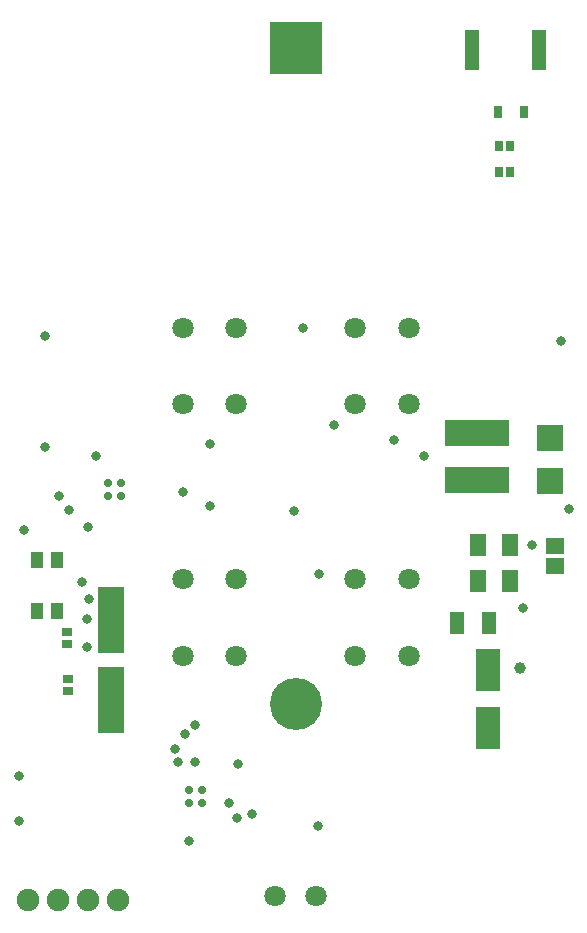
<source format=gts>
G04*
G04 #@! TF.GenerationSoftware,Altium Limited,Altium Designer,23.1.1 (15)*
G04*
G04 Layer_Color=8388736*
%FSLAX44Y44*%
%MOMM*%
G71*
G04*
G04 #@! TF.SameCoordinates,4FD7E483-A0BE-4EFF-918D-63B1A9DD4886*
G04*
G04*
G04 #@! TF.FilePolarity,Negative*
G04*
G01*
G75*
%ADD31R,1.0032X1.4032*%
%ADD32R,0.8032X1.0032*%
%ADD33R,0.7832X0.8432*%
%ADD34R,2.2032X5.7032*%
%ADD35R,5.5232X2.2632*%
%ADD36R,1.4032X1.9032*%
%ADD37R,2.3032X2.2032*%
%ADD38R,1.3032X3.5032*%
%ADD39R,1.6032X1.4532*%
%ADD40R,1.3032X1.9032*%
%ADD41R,2.0532X3.6532*%
%ADD42R,0.8432X0.7832*%
%ADD43C,1.9032*%
%ADD44C,1.8032*%
%ADD45C,4.4032*%
%ADD46R,4.4032X4.4032*%
%ADD47C,0.8032*%
%ADD48C,0.7032*%
%ADD49C,1.0032*%
D31*
X31000Y407750D02*
D03*
X48000D02*
D03*
X31000Y451500D02*
D03*
X48000D02*
D03*
D32*
X421500Y830250D02*
D03*
X443500D02*
D03*
D33*
X421950Y779500D02*
D03*
X431550D02*
D03*
X421950Y801500D02*
D03*
X431550D02*
D03*
D34*
X94000Y400500D02*
D03*
X94000Y333000D02*
D03*
D35*
X403500Y558450D02*
D03*
Y519050D02*
D03*
D36*
X404500Y433500D02*
D03*
X431500Y433500D02*
D03*
X431500Y463500D02*
D03*
X404500Y463500D02*
D03*
D37*
X465000Y518250D02*
D03*
Y554250D02*
D03*
D38*
X399000Y883250D02*
D03*
X456000D02*
D03*
D39*
X469500Y462750D02*
D03*
Y445750D02*
D03*
D40*
X413500Y398000D02*
D03*
X386500D02*
D03*
D41*
X412750Y309250D02*
D03*
Y358250D02*
D03*
D42*
X57250Y340700D02*
D03*
Y350300D02*
D03*
X56500Y380450D02*
D03*
Y390050D02*
D03*
D43*
X99600Y163750D02*
D03*
X74200D02*
D03*
X48800D02*
D03*
X23400D02*
D03*
D44*
X154500Y648000D02*
D03*
X154500Y583000D02*
D03*
X199500D02*
D03*
Y648000D02*
D03*
X300500Y583000D02*
D03*
Y648000D02*
D03*
X345500D02*
D03*
Y583000D02*
D03*
Y370000D02*
D03*
Y435000D02*
D03*
X300500D02*
D03*
Y370000D02*
D03*
X154500Y435000D02*
D03*
Y370000D02*
D03*
X199500D02*
D03*
Y435000D02*
D03*
X232500Y167000D02*
D03*
X267500D02*
D03*
D45*
X250000Y328950D02*
D03*
D46*
Y885050D02*
D03*
D47*
X73500Y401500D02*
D03*
X270000Y439500D02*
D03*
X256500Y647500D02*
D03*
X282407Y565361D02*
D03*
X159250Y213250D02*
D03*
X15810Y230250D02*
D03*
X73000Y377250D02*
D03*
X213250Y236000D02*
D03*
X200250Y232750D02*
D03*
X69000Y432750D02*
D03*
X74250Y479500D02*
D03*
X177750Y549250D02*
D03*
X474250Y637000D02*
D03*
X359000Y539000D02*
D03*
X269000Y225750D02*
D03*
X165000Y280250D02*
D03*
X147750Y291500D02*
D03*
X154250Y508500D02*
D03*
X193250Y245250D02*
D03*
X200750Y278250D02*
D03*
X150250Y280250D02*
D03*
X15500Y268750D02*
D03*
X74750Y418500D02*
D03*
X248250Y492500D02*
D03*
X80500Y539000D02*
D03*
X333500Y553000D02*
D03*
X37750Y640500D02*
D03*
X165000Y311250D02*
D03*
X156500Y303750D02*
D03*
X37750Y546750D02*
D03*
X177250Y497000D02*
D03*
X58250Y493750D02*
D03*
X50000Y505750D02*
D03*
X20000Y476750D02*
D03*
X481250Y494250D02*
D03*
X450000Y463500D02*
D03*
X442500Y410750D02*
D03*
D48*
X159500Y245750D02*
D03*
X170500D02*
D03*
X159500Y256750D02*
D03*
X170500D02*
D03*
X91000Y516250D02*
D03*
Y505250D02*
D03*
X102000Y516250D02*
D03*
Y505250D02*
D03*
D49*
X440250Y359500D02*
D03*
M02*

</source>
